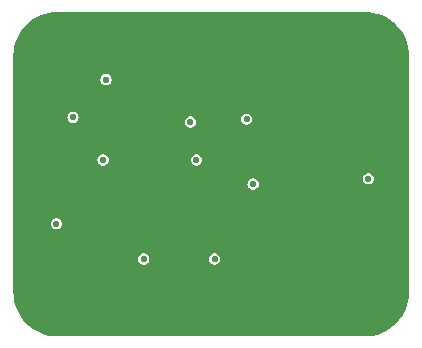
<source format=gbr>
%TF.GenerationSoftware,KiCad,Pcbnew,8.0.8+1*%
%TF.CreationDate,Date%
%TF.ProjectId,KiBot_Project_Test,4b69426f-745f-4507-926f-6a6563745f54,1.0.0*%
%TF.SameCoordinates,Original*%
%TF.FileFunction,Copper,L3,Inr*%
%TF.FilePolarity,Positive*%
%FSLAX46Y46*%
G04 Gerber Fmt 4.6, Leading zero omitted, Abs format (unit mm)*
G04 Created by KiCad*
%MOMM*%
%LPD*%
G01*
G04 APERTURE LIST*
%TA.AperFunction,ComponentPad*%
%ADD10C,6.400000*%
%TD*%
%TA.AperFunction,ViaPad*%
%ADD11C,0.550000*%
%TD*%
G04 APERTURE END LIST*
D10*
%TO.N,GND*%
%TO.C,H3*%
X161500000Y-79250000D03*
%TD*%
%TO.N,GND*%
%TO.C,H4*%
X135500000Y-79250000D03*
%TD*%
%TO.N,GND*%
%TO.C,H2*%
X161500000Y-99250000D03*
%TD*%
%TO.N,GND*%
%TO.C,H1*%
X135600000Y-99250000D03*
%TD*%
D11*
%TO.N,GND*%
X140400000Y-81250000D03*
X144750000Y-93800000D03*
X135400000Y-92650000D03*
X138350000Y-83650000D03*
X157050000Y-86350000D03*
X147850000Y-88650000D03*
X150700000Y-86400000D03*
X141200000Y-81950000D03*
X160850000Y-91200000D03*
X162650000Y-87900000D03*
X148850000Y-95650000D03*
X137600000Y-82850000D03*
X160800000Y-92975000D03*
X151500000Y-85450000D03*
X153950000Y-86450000D03*
X157500000Y-91975000D03*
X136800000Y-83650000D03*
X156000000Y-89500000D03*
X136450000Y-85950000D03*
X154500000Y-87450000D03*
X145900000Y-84850000D03*
X144500000Y-98000000D03*
X142800000Y-97250000D03*
X145400000Y-98000000D03*
X140200000Y-88050000D03*
X139800000Y-91750000D03*
X147200000Y-97200000D03*
X153950000Y-92050000D03*
%TO.N,+3V3*%
X136800000Y-84450000D03*
X161800000Y-89650000D03*
X152050000Y-90100000D03*
X142800000Y-96450000D03*
X151500000Y-84600000D03*
X139600000Y-81250000D03*
X135400000Y-93450000D03*
X148800000Y-96450000D03*
%TO.N,/Project Architecture/Connectors/NRST*%
X139350000Y-88050000D03*
%TO.N,/Project Architecture/Connectors/SWCLK*%
X146750000Y-84850000D03*
%TO.N,/Project Architecture/Connectors/SWDIO*%
X147250000Y-88050000D03*
%TD*%
%TA.AperFunction,Conductor*%
%TO.N,GND*%
G36*
X161502422Y-75500619D02*
G01*
X161862679Y-75518317D01*
X161872319Y-75519267D01*
X162226687Y-75571833D01*
X162236193Y-75573723D01*
X162583715Y-75660773D01*
X162592986Y-75663585D01*
X162930296Y-75784276D01*
X162939265Y-75787991D01*
X163263112Y-75941159D01*
X163271675Y-75945737D01*
X163578935Y-76129902D01*
X163587013Y-76135299D01*
X163874755Y-76348703D01*
X163882265Y-76354867D01*
X164043234Y-76500760D01*
X164147698Y-76595441D01*
X164154563Y-76602306D01*
X164395132Y-76867734D01*
X164401296Y-76875244D01*
X164614700Y-77162986D01*
X164620097Y-77171064D01*
X164804262Y-77478324D01*
X164808842Y-77486892D01*
X164962006Y-77810731D01*
X164965724Y-77819707D01*
X165086410Y-78157000D01*
X165089230Y-78166297D01*
X165176273Y-78513795D01*
X165178168Y-78523324D01*
X165230730Y-78877666D01*
X165231683Y-78887334D01*
X165249381Y-79247577D01*
X165249500Y-79252435D01*
X165249500Y-99247564D01*
X165249381Y-99252422D01*
X165231683Y-99612665D01*
X165230730Y-99622333D01*
X165178168Y-99976675D01*
X165176273Y-99986204D01*
X165089230Y-100333702D01*
X165086410Y-100342999D01*
X164965724Y-100680292D01*
X164962006Y-100689268D01*
X164808842Y-101013107D01*
X164804262Y-101021675D01*
X164620097Y-101328935D01*
X164614700Y-101337013D01*
X164401296Y-101624755D01*
X164395132Y-101632265D01*
X164154563Y-101897693D01*
X164147693Y-101904563D01*
X163882265Y-102145132D01*
X163874755Y-102151296D01*
X163587013Y-102364700D01*
X163578935Y-102370097D01*
X163271675Y-102554262D01*
X163263107Y-102558842D01*
X162939268Y-102712006D01*
X162930292Y-102715724D01*
X162592999Y-102836410D01*
X162583702Y-102839230D01*
X162236204Y-102926273D01*
X162226675Y-102928168D01*
X161872333Y-102980730D01*
X161862665Y-102981683D01*
X161502422Y-102999381D01*
X161497564Y-102999500D01*
X135502436Y-102999500D01*
X135497578Y-102999381D01*
X135137334Y-102981683D01*
X135127666Y-102980730D01*
X134773324Y-102928168D01*
X134763795Y-102926273D01*
X134416297Y-102839230D01*
X134407000Y-102836410D01*
X134069707Y-102715724D01*
X134060731Y-102712006D01*
X133736892Y-102558842D01*
X133728324Y-102554262D01*
X133421064Y-102370097D01*
X133412986Y-102364700D01*
X133125244Y-102151296D01*
X133117734Y-102145132D01*
X132852306Y-101904563D01*
X132845441Y-101897698D01*
X132750760Y-101793234D01*
X132604867Y-101632265D01*
X132598703Y-101624755D01*
X132385299Y-101337013D01*
X132379902Y-101328935D01*
X132195737Y-101021675D01*
X132191157Y-101013107D01*
X132037993Y-100689268D01*
X132034275Y-100680292D01*
X131913585Y-100342986D01*
X131910773Y-100333715D01*
X131823723Y-99986193D01*
X131821833Y-99976687D01*
X131769267Y-99622319D01*
X131768317Y-99612679D01*
X131750619Y-99252422D01*
X131750500Y-99247564D01*
X131750500Y-96449997D01*
X142319610Y-96449997D01*
X142319610Y-96450002D01*
X142339067Y-96585337D01*
X142339069Y-96585345D01*
X142395868Y-96709715D01*
X142395869Y-96709716D01*
X142395870Y-96709718D01*
X142485411Y-96813055D01*
X142600439Y-96886978D01*
X142731633Y-96925500D01*
X142731634Y-96925500D01*
X142868366Y-96925500D01*
X142868367Y-96925500D01*
X142999561Y-96886978D01*
X143114589Y-96813055D01*
X143204130Y-96709718D01*
X143260931Y-96585342D01*
X143280390Y-96450000D01*
X143280390Y-96449997D01*
X148319610Y-96449997D01*
X148319610Y-96450002D01*
X148339067Y-96585337D01*
X148339069Y-96585345D01*
X148395868Y-96709715D01*
X148395869Y-96709716D01*
X148395870Y-96709718D01*
X148485411Y-96813055D01*
X148600439Y-96886978D01*
X148731633Y-96925500D01*
X148731634Y-96925500D01*
X148868366Y-96925500D01*
X148868367Y-96925500D01*
X148999561Y-96886978D01*
X149114589Y-96813055D01*
X149204130Y-96709718D01*
X149260931Y-96585342D01*
X149280390Y-96450000D01*
X149260931Y-96314658D01*
X149260930Y-96314654D01*
X149204131Y-96190284D01*
X149204130Y-96190283D01*
X149204130Y-96190282D01*
X149114589Y-96086945D01*
X148999561Y-96013022D01*
X148999558Y-96013021D01*
X148868368Y-95974500D01*
X148868367Y-95974500D01*
X148731633Y-95974500D01*
X148731631Y-95974500D01*
X148600441Y-96013021D01*
X148600439Y-96013021D01*
X148600439Y-96013022D01*
X148485411Y-96086945D01*
X148485410Y-96086945D01*
X148485410Y-96086946D01*
X148395868Y-96190284D01*
X148339069Y-96314654D01*
X148339067Y-96314662D01*
X148319610Y-96449997D01*
X143280390Y-96449997D01*
X143260931Y-96314658D01*
X143260930Y-96314654D01*
X143204131Y-96190284D01*
X143204130Y-96190283D01*
X143204130Y-96190282D01*
X143114589Y-96086945D01*
X142999561Y-96013022D01*
X142999558Y-96013021D01*
X142868368Y-95974500D01*
X142868367Y-95974500D01*
X142731633Y-95974500D01*
X142731631Y-95974500D01*
X142600441Y-96013021D01*
X142600439Y-96013021D01*
X142600439Y-96013022D01*
X142485411Y-96086945D01*
X142485410Y-96086945D01*
X142485410Y-96086946D01*
X142395868Y-96190284D01*
X142339069Y-96314654D01*
X142339067Y-96314662D01*
X142319610Y-96449997D01*
X131750500Y-96449997D01*
X131750500Y-93449997D01*
X134919610Y-93449997D01*
X134919610Y-93450002D01*
X134939067Y-93585337D01*
X134939069Y-93585345D01*
X134995868Y-93709715D01*
X134995869Y-93709716D01*
X134995870Y-93709718D01*
X135085411Y-93813055D01*
X135200439Y-93886978D01*
X135331633Y-93925500D01*
X135331634Y-93925500D01*
X135468366Y-93925500D01*
X135468367Y-93925500D01*
X135599561Y-93886978D01*
X135714589Y-93813055D01*
X135804130Y-93709718D01*
X135860931Y-93585342D01*
X135880390Y-93450000D01*
X135860931Y-93314658D01*
X135860930Y-93314654D01*
X135804131Y-93190284D01*
X135804130Y-93190283D01*
X135804130Y-93190282D01*
X135714589Y-93086945D01*
X135599561Y-93013022D01*
X135599558Y-93013021D01*
X135468368Y-92974500D01*
X135468367Y-92974500D01*
X135331633Y-92974500D01*
X135331631Y-92974500D01*
X135200441Y-93013021D01*
X135200439Y-93013021D01*
X135200439Y-93013022D01*
X135085411Y-93086945D01*
X135085410Y-93086945D01*
X135085410Y-93086946D01*
X134995868Y-93190284D01*
X134939069Y-93314654D01*
X134939067Y-93314662D01*
X134919610Y-93449997D01*
X131750500Y-93449997D01*
X131750500Y-90099997D01*
X151569610Y-90099997D01*
X151569610Y-90100002D01*
X151589067Y-90235337D01*
X151589069Y-90235345D01*
X151645868Y-90359715D01*
X151645869Y-90359716D01*
X151645870Y-90359718D01*
X151735411Y-90463055D01*
X151850439Y-90536978D01*
X151981633Y-90575500D01*
X151981634Y-90575500D01*
X152118366Y-90575500D01*
X152118367Y-90575500D01*
X152249561Y-90536978D01*
X152364589Y-90463055D01*
X152454130Y-90359718D01*
X152510931Y-90235342D01*
X152530390Y-90100000D01*
X152517889Y-90013055D01*
X152510932Y-89964662D01*
X152510930Y-89964654D01*
X152454131Y-89840284D01*
X152454130Y-89840283D01*
X152454130Y-89840282D01*
X152364589Y-89736945D01*
X152249561Y-89663022D01*
X152249558Y-89663021D01*
X152205202Y-89649997D01*
X161319610Y-89649997D01*
X161319610Y-89650002D01*
X161339067Y-89785337D01*
X161339069Y-89785345D01*
X161395868Y-89909715D01*
X161395869Y-89909716D01*
X161395870Y-89909718D01*
X161485411Y-90013055D01*
X161600439Y-90086978D01*
X161731633Y-90125500D01*
X161731634Y-90125500D01*
X161868366Y-90125500D01*
X161868367Y-90125500D01*
X161999561Y-90086978D01*
X162114589Y-90013055D01*
X162204130Y-89909718D01*
X162260931Y-89785342D01*
X162267889Y-89736946D01*
X162280390Y-89650002D01*
X162280390Y-89649997D01*
X162260932Y-89514662D01*
X162260930Y-89514654D01*
X162204131Y-89390284D01*
X162204130Y-89390283D01*
X162204130Y-89390282D01*
X162114589Y-89286945D01*
X161999561Y-89213022D01*
X161999558Y-89213021D01*
X161868368Y-89174500D01*
X161868367Y-89174500D01*
X161731633Y-89174500D01*
X161731631Y-89174500D01*
X161600441Y-89213021D01*
X161600439Y-89213021D01*
X161600439Y-89213022D01*
X161485411Y-89286945D01*
X161485410Y-89286945D01*
X161485410Y-89286946D01*
X161395868Y-89390284D01*
X161339069Y-89514654D01*
X161339067Y-89514662D01*
X161319610Y-89649997D01*
X152205202Y-89649997D01*
X152118368Y-89624500D01*
X152118367Y-89624500D01*
X151981633Y-89624500D01*
X151981631Y-89624500D01*
X151850441Y-89663021D01*
X151850439Y-89663021D01*
X151850439Y-89663022D01*
X151735411Y-89736945D01*
X151735410Y-89736945D01*
X151735410Y-89736946D01*
X151645868Y-89840284D01*
X151589069Y-89964654D01*
X151589067Y-89964662D01*
X151569610Y-90099997D01*
X131750500Y-90099997D01*
X131750500Y-88049997D01*
X138869610Y-88049997D01*
X138869610Y-88050002D01*
X138889067Y-88185337D01*
X138889069Y-88185345D01*
X138945868Y-88309715D01*
X138945869Y-88309716D01*
X138945870Y-88309718D01*
X139035411Y-88413055D01*
X139150439Y-88486978D01*
X139281633Y-88525500D01*
X139281634Y-88525500D01*
X139418366Y-88525500D01*
X139418367Y-88525500D01*
X139549561Y-88486978D01*
X139664589Y-88413055D01*
X139754130Y-88309718D01*
X139810931Y-88185342D01*
X139830390Y-88050000D01*
X139830390Y-88049997D01*
X146769610Y-88049997D01*
X146769610Y-88050002D01*
X146789067Y-88185337D01*
X146789069Y-88185345D01*
X146845868Y-88309715D01*
X146845869Y-88309716D01*
X146845870Y-88309718D01*
X146935411Y-88413055D01*
X147050439Y-88486978D01*
X147181633Y-88525500D01*
X147181634Y-88525500D01*
X147318366Y-88525500D01*
X147318367Y-88525500D01*
X147449561Y-88486978D01*
X147564589Y-88413055D01*
X147654130Y-88309718D01*
X147710931Y-88185342D01*
X147730390Y-88050000D01*
X147710931Y-87914658D01*
X147710930Y-87914654D01*
X147654131Y-87790284D01*
X147654130Y-87790283D01*
X147654130Y-87790282D01*
X147564589Y-87686945D01*
X147449561Y-87613022D01*
X147449558Y-87613021D01*
X147318368Y-87574500D01*
X147318367Y-87574500D01*
X147181633Y-87574500D01*
X147181631Y-87574500D01*
X147050441Y-87613021D01*
X147050439Y-87613021D01*
X147050439Y-87613022D01*
X146935411Y-87686945D01*
X146935410Y-87686945D01*
X146935410Y-87686946D01*
X146845868Y-87790284D01*
X146789069Y-87914654D01*
X146789067Y-87914662D01*
X146769610Y-88049997D01*
X139830390Y-88049997D01*
X139810931Y-87914658D01*
X139810930Y-87914654D01*
X139754131Y-87790284D01*
X139754130Y-87790283D01*
X139754130Y-87790282D01*
X139664589Y-87686945D01*
X139549561Y-87613022D01*
X139549558Y-87613021D01*
X139418368Y-87574500D01*
X139418367Y-87574500D01*
X139281633Y-87574500D01*
X139281631Y-87574500D01*
X139150441Y-87613021D01*
X139150439Y-87613021D01*
X139150439Y-87613022D01*
X139035411Y-87686945D01*
X139035410Y-87686945D01*
X139035410Y-87686946D01*
X138945868Y-87790284D01*
X138889069Y-87914654D01*
X138889067Y-87914662D01*
X138869610Y-88049997D01*
X131750500Y-88049997D01*
X131750500Y-84449997D01*
X136319610Y-84449997D01*
X136319610Y-84450002D01*
X136339067Y-84585337D01*
X136339069Y-84585345D01*
X136395868Y-84709715D01*
X136395869Y-84709716D01*
X136395870Y-84709718D01*
X136485411Y-84813055D01*
X136600439Y-84886978D01*
X136731633Y-84925500D01*
X136731634Y-84925500D01*
X136868366Y-84925500D01*
X136868367Y-84925500D01*
X136999561Y-84886978D01*
X137057105Y-84849997D01*
X146269610Y-84849997D01*
X146269610Y-84850002D01*
X146289067Y-84985337D01*
X146289069Y-84985345D01*
X146345868Y-85109715D01*
X146345869Y-85109716D01*
X146345870Y-85109718D01*
X146435411Y-85213055D01*
X146550439Y-85286978D01*
X146681633Y-85325500D01*
X146681634Y-85325500D01*
X146818366Y-85325500D01*
X146818367Y-85325500D01*
X146949561Y-85286978D01*
X147064589Y-85213055D01*
X147154130Y-85109718D01*
X147182530Y-85047530D01*
X147210930Y-84985345D01*
X147210932Y-84985337D01*
X147230390Y-84850002D01*
X147230390Y-84849997D01*
X147210932Y-84714662D01*
X147210930Y-84714654D01*
X147158567Y-84599997D01*
X151019610Y-84599997D01*
X151019610Y-84600002D01*
X151039067Y-84735337D01*
X151039069Y-84735345D01*
X151095868Y-84859715D01*
X151095869Y-84859716D01*
X151095870Y-84859718D01*
X151185411Y-84963055D01*
X151300439Y-85036978D01*
X151431633Y-85075500D01*
X151431634Y-85075500D01*
X151568366Y-85075500D01*
X151568367Y-85075500D01*
X151699561Y-85036978D01*
X151814589Y-84963055D01*
X151904130Y-84859718D01*
X151960931Y-84735342D01*
X151960932Y-84735337D01*
X151980390Y-84600002D01*
X151980390Y-84599997D01*
X151960932Y-84464662D01*
X151960930Y-84464654D01*
X151904131Y-84340284D01*
X151904130Y-84340283D01*
X151904130Y-84340282D01*
X151814589Y-84236945D01*
X151699561Y-84163022D01*
X151699558Y-84163021D01*
X151568368Y-84124500D01*
X151568367Y-84124500D01*
X151431633Y-84124500D01*
X151431631Y-84124500D01*
X151300441Y-84163021D01*
X151300439Y-84163021D01*
X151300439Y-84163022D01*
X151185411Y-84236945D01*
X151185410Y-84236945D01*
X151185410Y-84236946D01*
X151095868Y-84340284D01*
X151039069Y-84464654D01*
X151039067Y-84464662D01*
X151019610Y-84599997D01*
X147158567Y-84599997D01*
X147154131Y-84590284D01*
X147154130Y-84590283D01*
X147154130Y-84590282D01*
X147064589Y-84486945D01*
X146949561Y-84413022D01*
X146949558Y-84413021D01*
X146818368Y-84374500D01*
X146818367Y-84374500D01*
X146681633Y-84374500D01*
X146681631Y-84374500D01*
X146550441Y-84413021D01*
X146550439Y-84413021D01*
X146550439Y-84413022D01*
X146435411Y-84486945D01*
X146435410Y-84486945D01*
X146435410Y-84486946D01*
X146345868Y-84590284D01*
X146289069Y-84714654D01*
X146289067Y-84714662D01*
X146269610Y-84849997D01*
X137057105Y-84849997D01*
X137114589Y-84813055D01*
X137204130Y-84709718D01*
X137254237Y-84600000D01*
X137260930Y-84585345D01*
X137260932Y-84585337D01*
X137280390Y-84450002D01*
X137280390Y-84449997D01*
X137260932Y-84314662D01*
X137260930Y-84314654D01*
X137204131Y-84190284D01*
X137204130Y-84190283D01*
X137204130Y-84190282D01*
X137114589Y-84086945D01*
X136999561Y-84013022D01*
X136999558Y-84013021D01*
X136868368Y-83974500D01*
X136868367Y-83974500D01*
X136731633Y-83974500D01*
X136731631Y-83974500D01*
X136600441Y-84013021D01*
X136600439Y-84013021D01*
X136600439Y-84013022D01*
X136485411Y-84086945D01*
X136485410Y-84086945D01*
X136485410Y-84086946D01*
X136395868Y-84190284D01*
X136339069Y-84314654D01*
X136339067Y-84314662D01*
X136319610Y-84449997D01*
X131750500Y-84449997D01*
X131750500Y-81249997D01*
X139119610Y-81249997D01*
X139119610Y-81250002D01*
X139139067Y-81385337D01*
X139139069Y-81385345D01*
X139195868Y-81509715D01*
X139195869Y-81509716D01*
X139195870Y-81509718D01*
X139285411Y-81613055D01*
X139400439Y-81686978D01*
X139531633Y-81725500D01*
X139531634Y-81725500D01*
X139668366Y-81725500D01*
X139668367Y-81725500D01*
X139799561Y-81686978D01*
X139914589Y-81613055D01*
X140004130Y-81509718D01*
X140060931Y-81385342D01*
X140080390Y-81250000D01*
X140060931Y-81114658D01*
X140060930Y-81114654D01*
X140004131Y-80990284D01*
X140004130Y-80990283D01*
X140004130Y-80990282D01*
X139914589Y-80886945D01*
X139799561Y-80813022D01*
X139799558Y-80813021D01*
X139668368Y-80774500D01*
X139668367Y-80774500D01*
X139531633Y-80774500D01*
X139531631Y-80774500D01*
X139400441Y-80813021D01*
X139400439Y-80813021D01*
X139400439Y-80813022D01*
X139285411Y-80886945D01*
X139285410Y-80886945D01*
X139285410Y-80886946D01*
X139195868Y-80990284D01*
X139139069Y-81114654D01*
X139139067Y-81114662D01*
X139119610Y-81249997D01*
X131750500Y-81249997D01*
X131750500Y-79252435D01*
X131750619Y-79247577D01*
X131760154Y-79053488D01*
X131768317Y-78887318D01*
X131769267Y-78877682D01*
X131821833Y-78523308D01*
X131823722Y-78513810D01*
X131910774Y-78166278D01*
X131913583Y-78157019D01*
X132034279Y-77819696D01*
X132037988Y-77810741D01*
X132191163Y-77486879D01*
X132195730Y-77478336D01*
X132379907Y-77171055D01*
X132385293Y-77162994D01*
X132598703Y-76875242D01*
X132604867Y-76867734D01*
X132625180Y-76845322D01*
X132845451Y-76602290D01*
X132852290Y-76595451D01*
X133117735Y-76354865D01*
X133125244Y-76348703D01*
X133270152Y-76241232D01*
X133412994Y-76135293D01*
X133421055Y-76129907D01*
X133728336Y-75945730D01*
X133736879Y-75941163D01*
X134060741Y-75787988D01*
X134069696Y-75784279D01*
X134407019Y-75663583D01*
X134416278Y-75660774D01*
X134763810Y-75573722D01*
X134773308Y-75571833D01*
X135127682Y-75519267D01*
X135137318Y-75518317D01*
X135497578Y-75500619D01*
X135502436Y-75500500D01*
X135544170Y-75500500D01*
X161455830Y-75500500D01*
X161497564Y-75500500D01*
X161502422Y-75500619D01*
G37*
%TD.AperFunction*%
%TD*%
M02*

</source>
